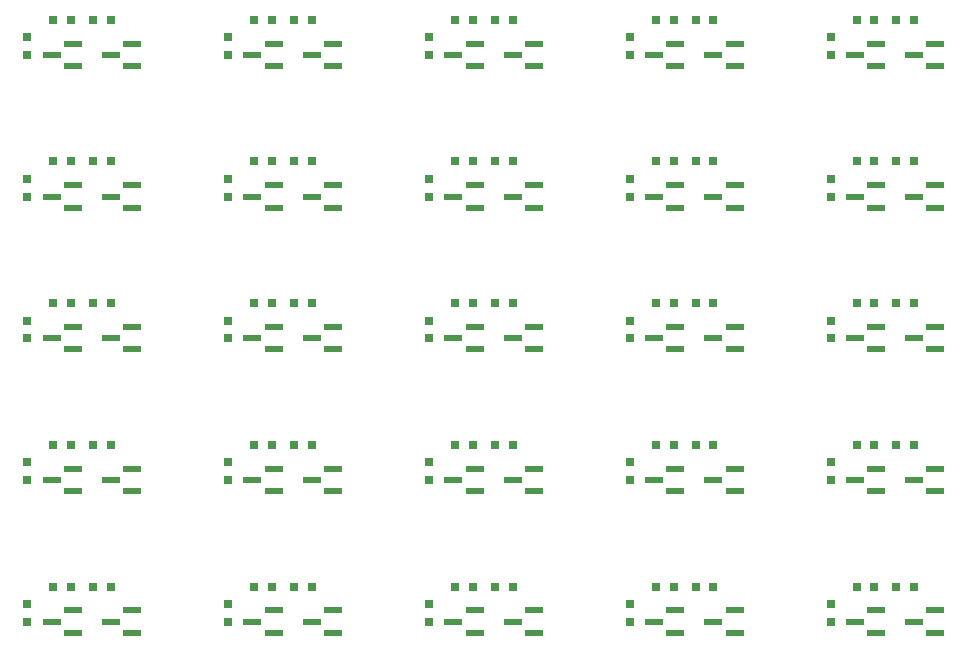
<source format=gtp>
G04*
G04 #@! TF.GenerationSoftware,Altium Limited,Altium Designer,23.7.1 (13)*
G04*
G04 Layer_Color=8421504*
%FSLAX44Y44*%
%MOMM*%
G71*
G04*
G04 #@! TF.SameCoordinates,565FC65D-8D52-4A7D-9B4B-E9A53F5C2DB2*
G04*
G04*
G04 #@! TF.FilePolarity,Positive*
G04*
G01*
G75*
%ADD11R,1.6000X0.6000*%
%ADD12R,0.8000X0.7500*%
%ADD13R,0.7500X0.8000*%
D11*
X90305Y68152D02*
D03*
X108305Y77652D02*
D03*
X108305Y58652D02*
D03*
X40055Y68152D02*
D03*
X58055Y77652D02*
D03*
Y58652D02*
D03*
X260305Y68152D02*
D03*
X278305Y77652D02*
D03*
X278305Y58652D02*
D03*
X210055Y68152D02*
D03*
X228055Y77652D02*
D03*
Y58652D02*
D03*
X430305Y68152D02*
D03*
X448305Y77652D02*
D03*
X448305Y58652D02*
D03*
X380055Y68152D02*
D03*
X398055Y77652D02*
D03*
Y58652D02*
D03*
X600305Y68152D02*
D03*
X618305Y77652D02*
D03*
X618305Y58652D02*
D03*
X550055Y68152D02*
D03*
X568055Y77652D02*
D03*
Y58652D02*
D03*
X770305Y68152D02*
D03*
X788305Y77652D02*
D03*
X788305Y58652D02*
D03*
X720055Y68152D02*
D03*
X738055Y77652D02*
D03*
Y58652D02*
D03*
X90305Y188152D02*
D03*
X108305Y197652D02*
D03*
X108305Y178652D02*
D03*
X40055Y188152D02*
D03*
X58055Y197652D02*
D03*
Y178652D02*
D03*
X260305Y188152D02*
D03*
X278305Y197652D02*
D03*
X278305Y178652D02*
D03*
X210055Y188152D02*
D03*
X228055Y197652D02*
D03*
Y178652D02*
D03*
X430305Y188152D02*
D03*
X448305Y197652D02*
D03*
X448305Y178652D02*
D03*
X380055Y188152D02*
D03*
X398055Y197652D02*
D03*
Y178652D02*
D03*
X600305Y188152D02*
D03*
X618305Y197652D02*
D03*
X618305Y178652D02*
D03*
X550055Y188152D02*
D03*
X568055Y197652D02*
D03*
Y178652D02*
D03*
X770305Y188152D02*
D03*
X788305Y197652D02*
D03*
X788305Y178652D02*
D03*
X720055Y188152D02*
D03*
X738055Y197652D02*
D03*
Y178652D02*
D03*
X90305Y308152D02*
D03*
X108305Y317652D02*
D03*
X108305Y298652D02*
D03*
X40055Y308152D02*
D03*
X58055Y317652D02*
D03*
Y298652D02*
D03*
X260305Y308152D02*
D03*
X278305Y317652D02*
D03*
X278305Y298652D02*
D03*
X210055Y308152D02*
D03*
X228055Y317652D02*
D03*
Y298652D02*
D03*
X430305Y308152D02*
D03*
X448305Y317652D02*
D03*
X448305Y298652D02*
D03*
X380055Y308152D02*
D03*
X398055Y317652D02*
D03*
Y298652D02*
D03*
X600305Y308152D02*
D03*
X618305Y317652D02*
D03*
X618305Y298652D02*
D03*
X550055Y308152D02*
D03*
X568055Y317652D02*
D03*
Y298652D02*
D03*
X770305Y308152D02*
D03*
X788305Y317652D02*
D03*
X788305Y298652D02*
D03*
X720055Y308152D02*
D03*
X738055Y317652D02*
D03*
Y298652D02*
D03*
X90305Y428152D02*
D03*
X108305Y437652D02*
D03*
X108305Y418652D02*
D03*
X40055Y428152D02*
D03*
X58055Y437652D02*
D03*
Y418652D02*
D03*
X260305Y428152D02*
D03*
X278305Y437652D02*
D03*
X278305Y418652D02*
D03*
X210055Y428152D02*
D03*
X228055Y437652D02*
D03*
Y418652D02*
D03*
X430305Y428152D02*
D03*
X448305Y437652D02*
D03*
X448305Y418652D02*
D03*
X380055Y428152D02*
D03*
X398055Y437652D02*
D03*
Y418652D02*
D03*
X600305Y428152D02*
D03*
X618305Y437652D02*
D03*
X618305Y418652D02*
D03*
X550055Y428152D02*
D03*
X568055Y437652D02*
D03*
Y418652D02*
D03*
X770305Y428152D02*
D03*
X788305Y437652D02*
D03*
X788305Y418652D02*
D03*
X720055Y428152D02*
D03*
X738055Y437652D02*
D03*
Y418652D02*
D03*
X90305Y548152D02*
D03*
X108305Y557652D02*
D03*
X108305Y538652D02*
D03*
X40055Y548152D02*
D03*
X58055Y557652D02*
D03*
Y538652D02*
D03*
X260305Y548152D02*
D03*
X278305Y557652D02*
D03*
X278305Y538652D02*
D03*
X210055Y548152D02*
D03*
X228055Y557652D02*
D03*
Y538652D02*
D03*
X430305Y548152D02*
D03*
X448305Y557652D02*
D03*
X448305Y538652D02*
D03*
X380055Y548152D02*
D03*
X398055Y557652D02*
D03*
Y538652D02*
D03*
X600305Y548152D02*
D03*
X618305Y557652D02*
D03*
X618305Y538652D02*
D03*
X550055Y548152D02*
D03*
X568055Y557652D02*
D03*
Y538652D02*
D03*
X770305Y548152D02*
D03*
X788305Y557652D02*
D03*
X788305Y538652D02*
D03*
X720055Y548152D02*
D03*
X738055Y557652D02*
D03*
Y538652D02*
D03*
D12*
X56555Y97902D02*
D03*
X41555D02*
D03*
X90305D02*
D03*
X75305D02*
D03*
X226555D02*
D03*
X211555D02*
D03*
X260305D02*
D03*
X245305D02*
D03*
X396555D02*
D03*
X381555D02*
D03*
X430305D02*
D03*
X415305D02*
D03*
X566555D02*
D03*
X551555D02*
D03*
X600305D02*
D03*
X585305D02*
D03*
X736555D02*
D03*
X721555D02*
D03*
X770305D02*
D03*
X755305D02*
D03*
X56555Y217902D02*
D03*
X41555D02*
D03*
X90305D02*
D03*
X75305D02*
D03*
X226555D02*
D03*
X211555D02*
D03*
X260305D02*
D03*
X245305D02*
D03*
X396555D02*
D03*
X381555D02*
D03*
X430305D02*
D03*
X415305D02*
D03*
X566555D02*
D03*
X551555D02*
D03*
X600305D02*
D03*
X585305D02*
D03*
X736555D02*
D03*
X721555D02*
D03*
X770305D02*
D03*
X755305D02*
D03*
X56555Y337902D02*
D03*
X41555D02*
D03*
X90305D02*
D03*
X75305D02*
D03*
X226555D02*
D03*
X211555D02*
D03*
X260305D02*
D03*
X245305D02*
D03*
X396555D02*
D03*
X381555D02*
D03*
X430305D02*
D03*
X415305D02*
D03*
X566555D02*
D03*
X551555D02*
D03*
X600305D02*
D03*
X585305D02*
D03*
X736555D02*
D03*
X721555D02*
D03*
X770305D02*
D03*
X755305D02*
D03*
X56555Y457902D02*
D03*
X41555D02*
D03*
X90305D02*
D03*
X75305D02*
D03*
X226555D02*
D03*
X211555D02*
D03*
X260305D02*
D03*
X245305D02*
D03*
X396555D02*
D03*
X381555D02*
D03*
X430305D02*
D03*
X415305D02*
D03*
X566555D02*
D03*
X551555D02*
D03*
X600305D02*
D03*
X585305D02*
D03*
X736555D02*
D03*
X721555D02*
D03*
X770305D02*
D03*
X755305D02*
D03*
X56555Y577902D02*
D03*
X41555D02*
D03*
X90305D02*
D03*
X75305D02*
D03*
X226555D02*
D03*
X211555D02*
D03*
X260305D02*
D03*
X245305D02*
D03*
X396555D02*
D03*
X381555D02*
D03*
X430305D02*
D03*
X415305D02*
D03*
X566555D02*
D03*
X551555D02*
D03*
X600305D02*
D03*
X585305D02*
D03*
X736555D02*
D03*
X721555D02*
D03*
X770305D02*
D03*
X755305D02*
D03*
D13*
X19555Y83152D02*
D03*
Y68152D02*
D03*
X189555Y83152D02*
D03*
Y68152D02*
D03*
X359555Y83152D02*
D03*
Y68152D02*
D03*
X529555Y83152D02*
D03*
Y68152D02*
D03*
X699555Y83152D02*
D03*
Y68152D02*
D03*
X19555Y203152D02*
D03*
Y188152D02*
D03*
X189555Y203152D02*
D03*
Y188152D02*
D03*
X359555Y203152D02*
D03*
Y188152D02*
D03*
X529555Y203152D02*
D03*
Y188152D02*
D03*
X699555Y203152D02*
D03*
Y188152D02*
D03*
X19555Y323152D02*
D03*
Y308152D02*
D03*
X189555Y323152D02*
D03*
Y308152D02*
D03*
X359555Y323152D02*
D03*
Y308152D02*
D03*
X529555Y323152D02*
D03*
Y308152D02*
D03*
X699555Y323152D02*
D03*
Y308152D02*
D03*
X19555Y443152D02*
D03*
Y428152D02*
D03*
X189555Y443152D02*
D03*
Y428152D02*
D03*
X359555Y443152D02*
D03*
Y428152D02*
D03*
X529555Y443152D02*
D03*
Y428152D02*
D03*
X699555Y443152D02*
D03*
Y428152D02*
D03*
X19555Y563152D02*
D03*
Y548152D02*
D03*
X189555Y563152D02*
D03*
Y548152D02*
D03*
X359555Y563152D02*
D03*
Y548152D02*
D03*
X529555Y563152D02*
D03*
Y548152D02*
D03*
X699555Y563152D02*
D03*
Y548152D02*
D03*
M02*

</source>
